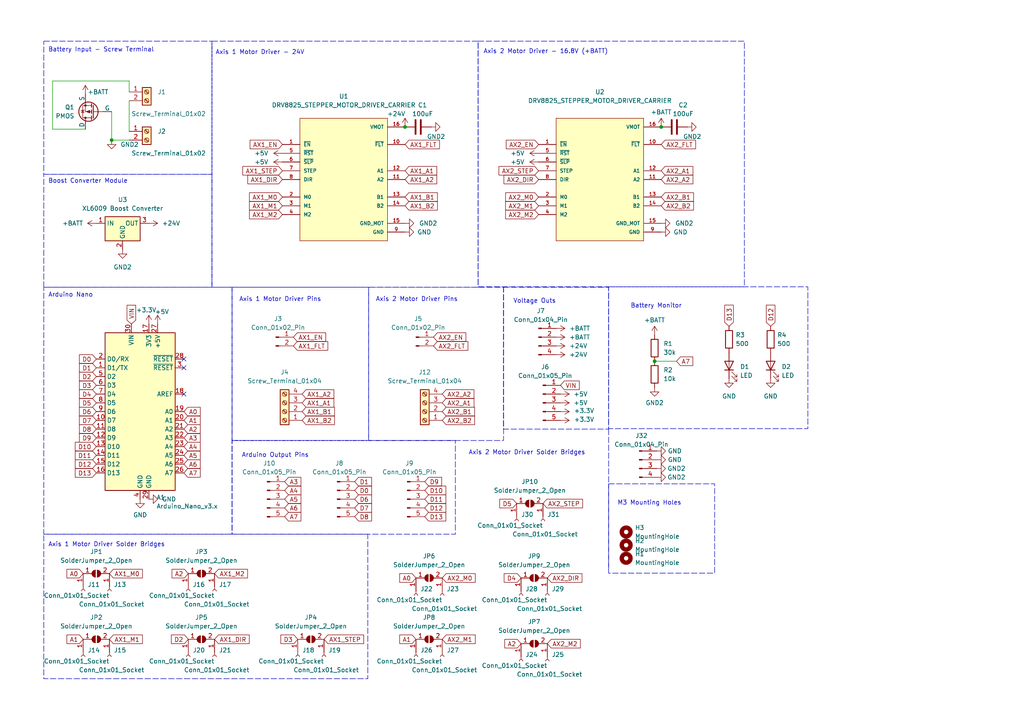
<source format=kicad_sch>
(kicad_sch (version 20230121) (generator eeschema)
  (paper "A4")
  (lib_symbols
    (symbol "Connector:Conn_01x01_Socket" (pin_names (offset 1.016) hide)
      (property "Reference" "J" (at 0 2.54 0))
      (property "Value" "Conn_01x01_Socket" (at 0 -2.54 0))
      (symbol "Conn_01x01_Socket_1_1"
        (pin passive line (at -5.08 0 0) (length 3.81) (name "Pin_1") (number "1"))
      )
    )
    (symbol "Connector:Conn_01x02_Pin" (pin_names (offset 1.016) hide)
      (property "Reference" "J" (at 0 2.54 0))
      (property "Value" "Conn_01x02_Pin" (at 0 -5.08 0))
      (symbol "Conn_01x02_Pin_1_1"
        (pin passive line (at 5.08 0 180) (length 3.81) (name "Pin_1") (number "1"))
        (pin passive line (at 5.08 -2.54 180) (length 3.81) (name "Pin_2") (number "2"))
      )
    )
    (symbol "Connector:Conn_01x04_Pin" (pin_names (offset 1.016) hide)
      (property "Reference" "J" (at 0 5.08 0))
      (property "Value" "Conn_01x04_Pin" (at 0 -7.62 0))
      (symbol "Conn_01x04_Pin_1_1"
        (pin passive line (at 5.08 2.54 180) (length 3.81) (name "Pin_1") (number "1"))
        (pin passive line (at 5.08 0 180) (length 3.81) (name "Pin_2") (number "2"))
        (pin passive line (at 5.08 -2.54 180) (length 3.81) (name "Pin_3") (number "3"))
        (pin passive line (at 5.08 -5.08 180) (length 3.81) (name "Pin_4") (number "4"))
      )
    )
    (symbol "Connector:Conn_01x05_Pin" (pin_names (offset 1.016) hide)
      (property "Reference" "J" (at 0 7.62 0))
      (property "Value" "Conn_01x05_Pin" (at 0 -7.62 0))
      (symbol "Conn_01x05_Pin_1_1"
        (pin passive line (at 5.08 5.08 180) (length 3.81) (name "Pin_1") (number "1"))
        (pin passive line (at 5.08 2.54 180) (length 3.81) (name "Pin_2") (number "2"))
        (pin passive line (at 5.08 0 180) (length 3.81) (name "Pin_3") (number "3"))
        (pin passive line (at 5.08 -2.54 180) (length 3.81) (name "Pin_4") (number "4"))
        (pin passive line (at 5.08 -5.08 180) (length 3.81) (name "Pin_5") (number "5"))
      )
    )
    (symbol "Connector:Screw_Terminal_01x02" (pin_names (offset 1.016) hide)
      (property "Reference" "J" (at 0 2.54 0))
      (property "Value" "Screw_Terminal_01x02" (at 0 -5.08 0))
      (symbol "Screw_Terminal_01x02_1_1"
        (pin passive line (at -5.08 0 0) (length 3.81) (name "Pin_1") (number "1"))
        (pin passive line (at -5.08 -2.54 0) (length 3.81) (name "Pin_2") (number "2"))
      )
    )
    (symbol "Connector:Screw_Terminal_01x04" (pin_names (offset 1.016) hide)
      (property "Reference" "J" (at 0 5.08 0))
      (property "Value" "Screw_Terminal_01x04" (at 0 -7.62 0))
      (symbol "Screw_Terminal_01x04_1_1"
        (pin passive line (at -5.08 2.54 0) (length 3.81) (name "Pin_1") (number "1"))
        (pin passive line (at -5.08 0 0) (length 3.81) (name "Pin_2") (number "2"))
        (pin passive line (at -5.08 -2.54 0) (length 3.81) (name "Pin_3") (number "3"))
        (pin passive line (at -5.08 -5.08 0) (length 3.81) (name "Pin_4") (number "4"))
      )
    )
    (symbol "Converter_DCDC:OKI-78SR-3.3_1.5-W36-C"
      (property "Reference" "U" (at -3.81 3.175 0))
      (property "Value" "OKI-78SR-3.3_1.5-W36-C" (at 0 3.175 0))
      (symbol "OKI-78SR-3.3_1.5-W36-C_1_1"
        (pin power_in line (at -7.62 0 0) (length 2.54) (name "IN") (number "1"))
        (pin power_in line (at 0 -7.62 90) (length 2.54) (name "GND") (number "2"))
        (pin power_out line (at 7.62 0 180) (length 2.54) (name "OUT") (number "3"))
      )
    )
    (symbol "DRV8825_STEPPER_MOTOR_DRIVER_CARRIER:DRV8825_STEPPER_MOTOR_DRIVER_CARRIER" (pin_names (offset 1.016))
      (property "Reference" "U" (at -12.7 18.542 0))
      (property "Value" "DRV8825_STEPPER_MOTOR_DRIVER_CARRIER" (at -12.7 -20.32 0))
      (symbol "DRV8825_STEPPER_MOTOR_DRIVER_CARRIER_0_0"
        (pin input line (at -17.78 10.16 0) (length 5.08) (name "~{EN}") (number "1"))
        (pin output line (at 17.78 10.16 180) (length 5.08) (name "~{FLT}") (number "10"))
        (pin output line (at 17.78 0 180) (length 5.08) (name "A2") (number "11"))
        (pin output line (at 17.78 2.54 180) (length 5.08) (name "A1") (number "12"))
        (pin output line (at 17.78 -5.08 180) (length 5.08) (name "B1") (number "13"))
        (pin output line (at 17.78 -7.62 180) (length 5.08) (name "B2") (number "14"))
        (pin power_in line (at 17.78 -12.7 180) (length 5.08) (name "GND_MOT") (number "15"))
        (pin power_in line (at 17.78 15.24 180) (length 5.08) (name "VMOT") (number "16"))
        (pin input line (at -17.78 -5.08 0) (length 5.08) (name "M0") (number "2"))
        (pin input line (at -17.78 -7.62 0) (length 5.08) (name "M1") (number "3"))
        (pin input line (at -17.78 -10.16 0) (length 5.08) (name "M2") (number "4"))
        (pin input line (at -17.78 7.62 0) (length 5.08) (name "~{RST}") (number "5"))
        (pin input line (at -17.78 5.08 0) (length 5.08) (name "~{SLP}") (number "6"))
        (pin input line (at -17.78 2.54 0) (length 5.08) (name "STEP") (number "7"))
        (pin input line (at -17.78 0 0) (length 5.08) (name "DIR") (number "8"))
        (pin power_in line (at 17.78 -15.24 180) (length 5.08) (name "GND") (number "9"))
      )
    )
    (symbol "Device:C" (pin_numbers hide) (pin_names (offset 0.254))
      (property "Reference" "C" (at 0.635 2.54 0))
      (property "Value" "C" (at 0.635 -2.54 0))
      (symbol "C_1_1"
        (pin passive line (at 0 3.81 270) (length 2.794) (name "~") (number "1"))
        (pin passive line (at 0 -3.81 90) (length 2.794) (name "~") (number "2"))
      )
    )
    (symbol "Device:LED" (pin_numbers hide) (pin_names (offset 1.016) hide)
      (property "Reference" "D" (at 0 2.54 0))
      (property "Value" "LED" (at 0 -2.54 0))
      (symbol "LED_1_1"
        (pin passive line (at -3.81 0 0) (length 2.54) (name "K") (number "1"))
        (pin passive line (at 3.81 0 180) (length 2.54) (name "A") (number "2"))
      )
    )
    (symbol "Device:R" (pin_numbers hide) (pin_names (offset 0))
      (property "Reference" "R" (at 2.032 0 90))
      (property "Value" "R" (at 0 0 90))
      (symbol "R_1_1"
        (pin passive line (at 0 3.81 270) (length 1.27) (name "~") (number "1"))
        (pin passive line (at 0 -3.81 90) (length 1.27) (name "~") (number "2"))
      )
    )
    (symbol "Jumper:SolderJumper_2_Open" (pin_names (offset 0) hide)
      (property "Reference" "JP" (at 0 2.032 0))
      (property "Value" "SolderJumper_2_Open" (at 0 -2.54 0))
      (symbol "SolderJumper_2_Open_1_1"
        (pin passive line (at -3.81 0 0) (length 2.54) (name "A") (number "1"))
        (pin passive line (at 3.81 0 180) (length 2.54) (name "B") (number "2"))
      )
    )
    (symbol "MCU_Module:Arduino_Nano_v3.x"
      (property "Reference" "A" (at -10.16 23.495 0))
      (property "Value" "Arduino_Nano_v3.x" (at 5.08 -24.13 0))
      (symbol "Arduino_Nano_v3.x_1_1"
        (pin bidirectional line (at -12.7 12.7 0) (length 2.54) (name "D1/TX") (number "1"))
        (pin bidirectional line (at -12.7 -2.54 0) (length 2.54) (name "D7") (number "10"))
        (pin bidirectional line (at -12.7 -5.08 0) (length 2.54) (name "D8") (number "11"))
        (pin bidirectional line (at -12.7 -7.62 0) (length 2.54) (name "D9") (number "12"))
        (pin bidirectional line (at -12.7 -10.16 0) (length 2.54) (name "D10") (number "13"))
        (pin bidirectional line (at -12.7 -12.7 0) (length 2.54) (name "D11") (number "14"))
        (pin bidirectional line (at -12.7 -15.24 0) (length 2.54) (name "D12") (number "15"))
        (pin bidirectional line (at -12.7 -17.78 0) (length 2.54) (name "D13") (number "16"))
        (pin power_out line (at 2.54 25.4 270) (length 2.54) (name "3V3") (number "17"))
        (pin input line (at 12.7 5.08 180) (length 2.54) (name "AREF") (number "18"))
        (pin bidirectional line (at 12.7 0 180) (length 2.54) (name "A0") (number "19"))
        (pin bidirectional line (at -12.7 15.24 0) (length 2.54) (name "D0/RX") (number "2"))
        (pin bidirectional line (at 12.7 -2.54 180) (length 2.54) (name "A1") (number "20"))
        (pin bidirectional line (at 12.7 -5.08 180) (length 2.54) (name "A2") (number "21"))
        (pin bidirectional line (at 12.7 -7.62 180) (length 2.54) (name "A3") (number "22"))
        (pin bidirectional line (at 12.7 -10.16 180) (length 2.54) (name "A4") (number "23"))
        (pin bidirectional line (at 12.7 -12.7 180) (length 2.54) (name "A5") (number "24"))
        (pin bidirectional line (at 12.7 -15.24 180) (length 2.54) (name "A6") (number "25"))
        (pin bidirectional line (at 12.7 -17.78 180) (length 2.54) (name "A7") (number "26"))
        (pin power_out line (at 5.08 25.4 270) (length 2.54) (name "+5V") (number "27"))
        (pin input line (at 12.7 15.24 180) (length 2.54) (name "~{RESET}") (number "28"))
        (pin power_in line (at 2.54 -25.4 90) (length 2.54) (name "GND") (number "29"))
        (pin input line (at 12.7 12.7 180) (length 2.54) (name "~{RESET}") (number "3"))
        (pin power_in line (at -2.54 25.4 270) (length 2.54) (name "VIN") (number "30"))
        (pin power_in line (at 0 -25.4 90) (length 2.54) (name "GND") (number "4"))
        (pin bidirectional line (at -12.7 10.16 0) (length 2.54) (name "D2") (number "5"))
        (pin bidirectional line (at -12.7 7.62 0) (length 2.54) (name "D3") (number "6"))
        (pin bidirectional line (at -12.7 5.08 0) (length 2.54) (name "D4") (number "7"))
        (pin bidirectional line (at -12.7 2.54 0) (length 2.54) (name "D5") (number "8"))
        (pin bidirectional line (at -12.7 0 0) (length 2.54) (name "D6") (number "9"))
      )
    )
    (symbol "Mechanical:MountingHole" (pin_names (offset 1.016))
      (property "Reference" "H" (at 0 5.08 0))
      (property "Value" "MountingHole" (at 0 3.175 0))
    )
    (symbol "Simulation_SPICE:PMOS" (pin_numbers hide) (pin_names (offset 0))
      (property "Reference" "Q" (at 5.08 1.27 0))
      (property "Value" "PMOS" (at 5.08 -1.27 0))
      (symbol "PMOS_1_1"
        (pin passive line (at 2.54 5.08 270) (length 2.54) (name "D") (number "1"))
        (pin input line (at -5.08 0 0) (length 2.54) (name "G") (number "2"))
        (pin passive line (at 2.54 -5.08 90) (length 2.54) (name "S") (number "3"))
      )
    )
    (symbol "power:+24V" (power) (pin_names (offset 0))
      (property "Value" "+24V" (at 0 3.556 0))
      (symbol "+24V_1_1"
        (pin power_in line (at 0 0 90) (length 0) hide (name "+24V") (number "1"))
      )
    )
    (symbol "power:+3.3V" (power) (pin_names (offset 0))
      (property "Value" "+3.3V" (at 0 3.556 0))
      (symbol "+3.3V_1_1"
        (pin power_in line (at 0 0 90) (length 0) hide (name "+3.3V") (number "1"))
      )
    )
    (symbol "power:+5V" (power) (pin_names (offset 0))
      (property "Value" "+5V" (at 0 3.556 0))
      (symbol "+5V_1_1"
        (pin power_in line (at 0 0 90) (length 0) hide (name "+5V") (number "1"))
      )
    )
    (symbol "power:+BATT" (power) (pin_names (offset 0))
      (property "Value" "+BATT" (at 0 3.556 0))
      (symbol "+BATT_1_1"
        (pin power_in line (at 0 0 90) (length 0) hide (name "+BATT") (number "1"))
      )
    )
    (symbol "power:GND" (power) (pin_names (offset 0))
      (property "Value" "GND" (at 0 -3.81 0))
      (symbol "GND_1_1"
        (pin power_in line (at 0 0 270) (length 0) hide (name "GND") (number "1"))
      )
    )
    (symbol "power:GND2" (power) (pin_names (offset 0))
      (property "Value" "GND2" (at 0 -3.81 0))
      (symbol "GND2_1_1"
        (pin power_in line (at 0 0 270) (length 0) hide (name "GND2") (number "1"))
      )
    )
  )
  (junction (at 189.865 104.775))
  (junction (at 117.475 36.83))
  (junction (at 191.77 36.83))
  (junction (at 32.385 40.64))
  (no_connect (at 53.34 106.68))
  (no_connect (at 53.34 114.3))
  (no_connect (at 53.34 104.14))
  (wire (pts (xy 32.385 32.385) (xy 32.385 40.64)))
  (wire (pts (xy 15.24 37.465) (xy 24.765 37.465)))
  (wire (pts (xy 37.465 29.21) (xy 37.465 38.1)))
  (wire (pts (xy 15.24 23.495) (xy 15.24 37.465)))
  (polyline (pts (xy 176.53 124.46) (xy 176.53 165.1)) (stroke (width 0) (type dash)))
  (wire (pts (xy 196.215 104.775) (xy 189.865 104.775)))
  (wire (pts (xy 37.465 23.495) (xy 37.465 26.67)))
  (wire (pts (xy 37.465 23.495) (xy 15.24 23.495)))
  (wire (pts (xy 32.385 40.64) (xy 37.465 40.64)))
  (rectangle (start 12.7 154.94) (end 106.68 196.85) (stroke (width 0) (type dash)))
  (rectangle (start 176.53 140.335) (end 207.264 166.243) (stroke (width 0) (type dash)))
  (rectangle (start 146.05 83.312) (end 176.53 124.46) (stroke (width 0) (type dash)))
  (rectangle (start 106.934 83.312) (end 146.05 127.762) (stroke (width 0) (type dash)))
  (rectangle (start 176.53 83.185) (end 234.315 124.333) (stroke (width 0) (type dash)))
  (rectangle (start 12.7 11.938) (end 61.468 50.546) (stroke (width 0) (type dash)))
  (rectangle (start 12.7 83.312) (end 67.31 154.94) (stroke (width 0) (type dash)))
  (rectangle (start 61.468 11.938) (end 138.684 83.312) (stroke (width 0) (type dash)))
  (rectangle (start 67.31 83.312) (end 106.934 127.762) (stroke (width 0) (type dash)))
  (rectangle (start 138.684 11.938) (end 215.9 83.185) (stroke (width 0) (type dash)))
  (rectangle (start 12.7 50.546) (end 61.468 83.312) (stroke (width 0) (type dash)))
  (rectangle (start 67.31 127.762) (end 132.08 154.94) (stroke (width 0) (type dash)))
  (text "Boost Converter Module\n" (at 13.97 53.34 0) (effects (font (size 1.27 1.27)) (justify left bottom)))
  (text "Axis 2 Motor Driver Pins\n" (at 108.966 87.63 0) (effects (font (size 1.27 1.27)) (justify left bottom)))
  (text "Axis 1 Motor Driver Pins\n" (at 69.342 87.63 0) (effects (font (size 1.27 1.27)) (justify left bottom)))
  (text "Axis 1 Motor Driver Solder Bridges\n" (at 13.97 158.75 0) (effects (font (size 1.27 1.27)) (justify left bottom)))
  (text "Arduino Nano" (at 13.97 86.36 0) (effects (font (size 1.27 1.27)) (justify left bottom)))
  (text "Battery Input - Screw Terminal\n" (at 13.97 15.24 0) (effects (font (size 1.27 1.27)) (justify left bottom)))
  (text "Axis 1 Motor Driver - 24V\n" (at 62.484 16.002 0) (effects (font (size 1.27 1.27)) (justify left bottom)))
  (text "Arduino Output Pins" (at 70.104 132.842 0) (effects (font (size 1.27 1.27)) (justify left bottom)))
  (text "Battery Monitor" (at 182.88 89.535 0) (effects (font (size 1.27 1.27)) (justify left bottom)))
  (text "M3 Mounting Holes" (at 179.07 146.685 0) (effects (font (size 1.27 1.27)) (justify left bottom)))
  (text "Axis 2 Motor Driver - 16.8V (+BATT)\n" (at 140.208 15.748 0) (effects (font (size 1.27 1.27)) (justify left bottom)))
  (text "Axis 2 Motor Driver Solder Bridges\n" (at 135.89 132.08 0) (effects (font (size 1.27 1.27)) (justify left bottom)))
  (text "Voltage Outs" (at 148.844 88.138 0) (effects (font (size 1.27 1.27)) (justify left bottom)))
  (global_label "D2" (shape input) (at 54.61 185.42 180) (property "Intersheetrefs" "${INTERSHEET_REFS}" (effects hide)))
  (global_label "AX1_STEP" (shape input) (at 93.98 185.42 0) (property "Intersheetrefs" "${INTERSHEET_REFS}" (effects hide)))
  (global_label "D13" (shape input) (at 211.455 94.615 90) (property "Intersheetrefs" "${INTERSHEET_REFS}" (effects hide)))
  (global_label "D10" (shape input) (at 123.19 142.24 0) (property "Intersheetrefs" "${INTERSHEET_REFS}" (effects hide)))
  (global_label "AX2_A1" (shape input) (at 128.27 116.84 0) (property "Intersheetrefs" "${INTERSHEET_REFS}" (effects hide)))
  (global_label "A7" (shape input) (at 82.55 149.86 0) (property "Intersheetrefs" "${INTERSHEET_REFS}" (effects hide)))
  (global_label "AX1_STEP" (shape input) (at 81.915 49.53 180) (property "Intersheetrefs" "${INTERSHEET_REFS}" (effects hide)))
  (global_label "D8" (shape input) (at 102.87 149.86 0) (property "Intersheetrefs" "${INTERSHEET_REFS}" (effects hide)))
  (global_label "AX1_A1" (shape input) (at 117.475 49.53 0) (property "Intersheetrefs" "${INTERSHEET_REFS}" (effects hide)))
  (global_label "AX2_B1" (shape input) (at 191.77 57.15 0) (property "Intersheetrefs" "${INTERSHEET_REFS}" (effects hide)))
  (global_label "A4" (shape input) (at 82.55 142.24 0) (property "Intersheetrefs" "${INTERSHEET_REFS}" (effects hide)))
  (global_label "AX1_EN" (shape input) (at 81.915 41.91 180) (property "Intersheetrefs" "${INTERSHEET_REFS}" (effects hide)))
  (global_label "AX1_M2" (shape input) (at 62.23 166.37 0) (property "Intersheetrefs" "${INTERSHEET_REFS}" (effects hide)))
  (global_label "D13" (shape input) (at 27.94 137.16 180) (property "Intersheetrefs" "${INTERSHEET_REFS}" (effects hide)))
  (global_label "AX1_A2" (shape input) (at 117.475 52.07 0) (property "Intersheetrefs" "${INTERSHEET_REFS}" (effects hide)))
  (global_label "A0" (shape input) (at 24.13 166.37 180) (property "Intersheetrefs" "${INTERSHEET_REFS}" (effects hide)))
  (global_label "A2" (shape input) (at 151.13 186.69 180) (property "Intersheetrefs" "${INTERSHEET_REFS}" (effects hide)))
  (global_label "D0" (shape input) (at 102.87 142.24 0) (property "Intersheetrefs" "${INTERSHEET_REFS}" (effects hide)))
  (global_label "D11" (shape input) (at 123.19 144.78 0) (property "Intersheetrefs" "${INTERSHEET_REFS}" (effects hide)))
  (global_label "A7" (shape input) (at 196.215 104.775 0) (property "Intersheetrefs" "${INTERSHEET_REFS}" (effects hide)))
  (global_label "A6" (shape input) (at 82.55 147.32 0) (property "Intersheetrefs" "${INTERSHEET_REFS}" (effects hide)))
  (global_label "AX1_DIR" (shape input) (at 81.915 52.07 180) (property "Intersheetrefs" "${INTERSHEET_REFS}" (effects hide)))
  (global_label "D8" (shape input) (at 27.94 124.46 180) (property "Intersheetrefs" "${INTERSHEET_REFS}" (effects hide)))
  (global_label "A3" (shape input) (at 82.55 139.7 0) (property "Intersheetrefs" "${INTERSHEET_REFS}" (effects hide)))
  (global_label "A0" (shape input) (at 120.65 167.64 180) (property "Intersheetrefs" "${INTERSHEET_REFS}" (effects hide)))
  (global_label "D1" (shape input) (at 102.87 139.7 0) (property "Intersheetrefs" "${INTERSHEET_REFS}" (effects hide)))
  (global_label "AX2_STEP" (shape input) (at 156.21 49.53 180) (property "Intersheetrefs" "${INTERSHEET_REFS}" (effects hide)))
  (global_label "AX1_M1" (shape input) (at 31.75 185.42 0) (property "Intersheetrefs" "${INTERSHEET_REFS}" (effects hide)))
  (global_label "AX1_M2" (shape input) (at 81.915 62.23 180) (property "Intersheetrefs" "${INTERSHEET_REFS}" (effects hide)))
  (global_label "D5" (shape input) (at 27.94 116.84 180) (property "Intersheetrefs" "${INTERSHEET_REFS}" (effects hide)))
  (global_label "AX2_STEP" (shape input) (at 157.48 146.05 0) (property "Intersheetrefs" "${INTERSHEET_REFS}" (effects hide)))
  (global_label "AX1_FLT" (shape input) (at 85.09 100.33 0) (property "Intersheetrefs" "${INTERSHEET_REFS}" (effects hide)))
  (global_label "AX1_M0" (shape input) (at 31.75 166.37 0) (property "Intersheetrefs" "${INTERSHEET_REFS}" (effects hide)))
  (global_label "AX2_M0" (shape input) (at 128.27 167.64 0) (property "Intersheetrefs" "${INTERSHEET_REFS}" (effects hide)))
  (global_label "AX2_A1" (shape input) (at 191.77 49.53 0) (property "Intersheetrefs" "${INTERSHEET_REFS}" (effects hide)))
  (global_label "A5" (shape input) (at 53.34 132.08 0) (property "Intersheetrefs" "${INTERSHEET_REFS}" (effects hide)))
  (global_label "AX1_B2" (shape input) (at 87.63 121.92 0) (property "Intersheetrefs" "${INTERSHEET_REFS}" (effects hide)))
  (global_label "AX2_M1" (shape input) (at 128.27 185.42 0) (property "Intersheetrefs" "${INTERSHEET_REFS}" (effects hide)))
  (global_label "D11" (shape input) (at 27.94 132.08 180) (property "Intersheetrefs" "${INTERSHEET_REFS}" (effects hide)))
  (global_label "AX1_EN" (shape input) (at 85.09 97.79 0) (property "Intersheetrefs" "${INTERSHEET_REFS}" (effects hide)))
  (global_label "AX2_FLT" (shape input) (at 125.73 100.33 0) (property "Intersheetrefs" "${INTERSHEET_REFS}" (effects hide)))
  (global_label "AX2_DIR" (shape input) (at 156.21 52.07 180) (property "Intersheetrefs" "${INTERSHEET_REFS}" (effects hide)))
  (global_label "D12" (shape input) (at 27.94 134.62 180) (property "Intersheetrefs" "${INTERSHEET_REFS}" (effects hide)))
  (global_label "D0" (shape input) (at 27.94 104.14 180) (property "Intersheetrefs" "${INTERSHEET_REFS}" (effects hide)))
  (global_label "AX2_FLT" (shape input) (at 191.77 41.91 0) (property "Intersheetrefs" "${INTERSHEET_REFS}" (effects hide)))
  (global_label "AX1_FLT" (shape input) (at 117.475 41.91 0) (property "Intersheetrefs" "${INTERSHEET_REFS}" (effects hide)))
  (global_label "A2" (shape input) (at 54.61 166.37 180) (property "Intersheetrefs" "${INTERSHEET_REFS}" (effects hide)))
  (global_label "D5" (shape input) (at 149.86 146.05 180) (property "Intersheetrefs" "${INTERSHEET_REFS}" (effects hide)))
  (global_label "AX2_M2" (shape input) (at 156.21 62.23 180) (property "Intersheetrefs" "${INTERSHEET_REFS}" (effects hide)))
  (global_label "AX2_DIR" (shape input) (at 158.75 167.64 0) (property "Intersheetrefs" "${INTERSHEET_REFS}" (effects hide)))
  (global_label "AX2_M1" (shape input) (at 156.21 59.69 180) (property "Intersheetrefs" "${INTERSHEET_REFS}" (effects hide)))
  (global_label "A7" (shape input) (at 53.34 137.16 0) (property "Intersheetrefs" "${INTERSHEET_REFS}" (effects hide)))
  (global_label "A3" (shape input) (at 53.34 127 0) (property "Intersheetrefs" "${INTERSHEET_REFS}" (effects hide)))
  (global_label "A4" (shape input) (at 53.34 129.54 0) (property "Intersheetrefs" "${INTERSHEET_REFS}" (effects hide)))
  (global_label "D6" (shape input) (at 27.94 119.38 180) (property "Intersheetrefs" "${INTERSHEET_REFS}" (effects hide)))
  (global_label "AX2_B2" (shape input) (at 128.27 121.92 0) (property "Intersheetrefs" "${INTERSHEET_REFS}" (effects hide)))
  (global_label "D12" (shape input) (at 223.52 94.615 90) (property "Intersheetrefs" "${INTERSHEET_REFS}" (effects hide)))
  (global_label "AX2_EN" (shape input) (at 125.73 97.79 0) (property "Intersheetrefs" "${INTERSHEET_REFS}" (effects hide)))
  (global_label "D2" (shape input) (at 27.94 109.22 180) (property "Intersheetrefs" "${INTERSHEET_REFS}" (effects hide)))
  (global_label "A0" (shape input) (at 53.34 119.38 0) (property "Intersheetrefs" "${INTERSHEET_REFS}" (effects hide)))
  (global_label "D9" (shape input) (at 123.19 139.7 0) (property "Intersheetrefs" "${INTERSHEET_REFS}" (effects hide)))
  (global_label "AX1_M0" (shape input) (at 81.915 57.15 180) (property "Intersheetrefs" "${INTERSHEET_REFS}" (effects hide)))
  (global_label "VIN" (shape input) (at 162.56 111.76 0) (property "Intersheetrefs" "${INTERSHEET_REFS}" (effects hide)))
  (global_label "A1" (shape input) (at 24.13 185.42 180) (property "Intersheetrefs" "${INTERSHEET_REFS}" (effects hide)))
  (global_label "AX2_B2" (shape input) (at 191.77 59.69 0) (property "Intersheetrefs" "${INTERSHEET_REFS}" (effects hide)))
  (global_label "A1" (shape input) (at 53.34 121.92 0) (property "Intersheetrefs" "${INTERSHEET_REFS}" (effects hide)))
  (global_label "D12" (shape input) (at 123.19 147.32 0) (property "Intersheetrefs" "${INTERSHEET_REFS}" (effects hide)))
  (global_label "AX2_A2" (shape input) (at 128.27 114.3 0) (property "Intersheetrefs" "${INTERSHEET_REFS}" (effects hide)))
  (global_label "AX1_B2" (shape input) (at 117.475 59.69 0) (property "Intersheetrefs" "${INTERSHEET_REFS}" (effects hide)))
  (global_label "D13" (shape input) (at 123.19 149.86 0) (property "Intersheetrefs" "${INTERSHEET_REFS}" (effects hide)))
  (global_label "AX1_B1" (shape input) (at 117.475 57.15 0) (property "Intersheetrefs" "${INTERSHEET_REFS}" (effects hide)))
  (global_label "AX2_A2" (shape input) (at 191.77 52.07 0) (property "Intersheetrefs" "${INTERSHEET_REFS}" (effects hide)))
  (global_label "A2" (shape input) (at 53.34 124.46 0) (property "Intersheetrefs" "${INTERSHEET_REFS}" (effects hide)))
  (global_label "AX2_M0" (shape input) (at 156.21 57.15 180) (property "Intersheetrefs" "${INTERSHEET_REFS}" (effects hide)))
  (global_label "D9" (shape input) (at 27.94 127 180) (property "Intersheetrefs" "${INTERSHEET_REFS}" (effects hide)))
  (global_label "D7" (shape input) (at 27.94 121.92 180) (property "Intersheetrefs" "${INTERSHEET_REFS}" (effects hide)))
  (global_label "VIN" (shape input) (at 38.1 93.98 90) (property "Intersheetrefs" "${INTERSHEET_REFS}" (effects hide)))
  (global_label "D7" (shape input) (at 102.87 147.32 0) (property "Intersheetrefs" "${INTERSHEET_REFS}" (effects hide)))
  (global_label "D1" (shape input) (at 27.94 106.68 180) (property "Intersheetrefs" "${INTERSHEET_REFS}" (effects hide)))
  (global_label "D10" (shape input) (at 27.94 129.54 180) (property "Intersheetrefs" "${INTERSHEET_REFS}" (effects hide)))
  (global_label "AX2_B1" (shape input) (at 128.27 119.38 0) (property "Intersheetrefs" "${INTERSHEET_REFS}" (effects hide)))
  (global_label "D3" (shape input) (at 86.36 185.42 180) (property "Intersheetrefs" "${INTERSHEET_REFS}" (effects hide)))
  (global_label "AX2_EN" (shape input) (at 156.21 41.91 180) (property "Intersheetrefs" "${INTERSHEET_REFS}" (effects hide)))
  (global_label "D3" (shape input) (at 27.94 111.76 180) (property "Intersheetrefs" "${INTERSHEET_REFS}" (effects hide)))
  (global_label "D4" (shape input) (at 151.13 167.64 180) (property "Intersheetrefs" "${INTERSHEET_REFS}" (effects hide)))
  (global_label "AX1_M1" (shape input) (at 81.915 59.69 180) (property "Intersheetrefs" "${INTERSHEET_REFS}" (effects hide)))
  (global_label "A6" (shape input) (at 53.34 134.62 0) (property "Intersheetrefs" "${INTERSHEET_REFS}" (effects hide)))
  (global_label "AX1_DIR" (shape input) (at 62.23 185.42 0) (property "Intersheetrefs" "${INTERSHEET_REFS}" (effects hide)))
  (global_label "A5" (shape input) (at 82.55 144.78 0) (property "Intersheetrefs" "${INTERSHEET_REFS}" (effects hide)))
  (global_label "D6" (shape input) (at 102.87 144.78 0) (property "Intersheetrefs" "${INTERSHEET_REFS}" (effects hide)))
  (global_label "A1" (shape input) (at 120.65 185.42 180) (property "Intersheetrefs" "${INTERSHEET_REFS}" (effects hide)))
  (global_label "AX2_M2" (shape input) (at 158.75 186.69 0) (property "Intersheetrefs" "${INTERSHEET_REFS}" (effects hide)))
  (global_label "D4" (shape input) (at 27.94 114.3 180) (property "Intersheetrefs" "${INTERSHEET_REFS}" (effects hide)))
  (global_label "AX1_B1" (shape input) (at 87.63 119.38 0) (property "Intersheetrefs" "${INTERSHEET_REFS}" (effects hide)))
  (global_label "AX1_A2" (shape input) (at 87.63 114.3 0) (property "Intersheetrefs" "${INTERSHEET_REFS}" (effects hide)))
  (global_label "AX1_A1" (shape input) (at 87.63 116.84 0) (property "Intersheetrefs" "${INTERSHEET_REFS}" (effects hide)))
  (symbol (lib_id "power:+BATT") (at 189.865 97.155 0) (unit 1)
    (property "Reference" "#PWR030" (effects hide))
    (property "Value" "+BATT" (at 189.865 92.837 0))
  )
  (symbol (lib_id "Device:R") (at 211.455 98.425 0) (unit 1)
    (property "Reference" "R3" (at 213.36 97.155 0) (effects (justify left)))
    (property "Value" "500" (at 213.36 99.695 0) (effects (justify left)))
    (property "Footprint" "Resistor_THT:R_Axial_DIN0207_L6.3mm_D2.5mm_P10.16mm_Horizontal" (effects hide))
  )
  (symbol (lib_id "power:+5V") (at 156.21 46.99 90) (unit 1)
    (property "Reference" "#PWR021" (effects hide))
    (property "Value" "+5V" (at 152.146 46.99 90) (effects (justify left)))
  )
  (symbol (lib_id "power:GND2") (at 190.5 135.89 90) (unit 1)
    (property "Reference" "#PWR036" (effects hide))
    (property "Value" "GND2" (at 196.215 135.89 90))
  )
  (symbol (lib_id "power:+BATT") (at 191.77 36.83 0) (unit 1)
    (property "Reference" "#PWR017" (effects hide))
    (property "Value" "+BATT" (at 191.77 32.512 0))
  )
  (symbol (lib_id "Jumper:SolderJumper_2_Open") (at 154.94 167.64 0) (unit 1)
    (property "Reference" "JP9" (at 154.94 161.29 0))
    (property "Value" "SolderJumper_2_Open" (at 154.94 163.83 0))
    (property "Footprint" "Jumper:SolderJumper-2_P1.3mm_Open_Pad1.0x1.5mm" (effects hide))
  )
  (symbol (lib_id "Device:R") (at 223.52 98.425 0) (unit 1)
    (property "Reference" "R4" (at 225.425 97.155 0) (effects (justify left)))
    (property "Value" "500" (at 225.425 99.695 0) (effects (justify left)))
    (property "Footprint" "Resistor_THT:R_Axial_DIN0207_L6.3mm_D2.5mm_P10.16mm_Horizontal" (effects hide))
  )
  (symbol (lib_id "Mechanical:MountingHole") (at 181.61 154.305 0) (unit 1)
    (property "Reference" "H3" (at 184.15 153.035 0) (effects (justify left)))
    (property "Value" "MountingHole" (at 184.15 155.575 0) (effects (justify left)))
    (property "Footprint" "MountingHole:MountingHole_3.2mm_M3_DIN965" (effects hide))
  )
  (symbol (lib_id "power:+24V") (at 161.29 102.87 270) (unit 1)
    (property "Reference" "#PWR023" (effects hide))
    (property "Value" "+24V" (at 165.1 102.87 90) (effects (justify left)))
  )
  (symbol (lib_id "Connector:Conn_01x01_Socket") (at 24.13 171.45 270) (unit 1)
    (property "Reference" "J11" (at 25.4 169.545 90) (effects (justify left)))
    (property "Value" "Conn_01x01_Socket" (at 12.7 172.72 90) (effects (justify left)))
    (property "Footprint" "Connector_PinHeader_2.54mm:PinHeader_1x01_P2.54mm_Vertical" (effects hide))
  )
  (symbol (lib_id "power:+BATT") (at 161.29 97.79 270) (unit 1)
    (property "Reference" "#PWR026" (effects hide))
    (property "Value" "+BATT" (at 165.1 97.79 90) (effects (justify left)))
  )
  (symbol (lib_id "Jumper:SolderJumper_2_Open") (at 124.46 167.64 0) (unit 1)
    (property "Reference" "JP6" (at 124.46 161.29 0))
    (property "Value" "SolderJumper_2_Open" (at 124.46 163.83 0))
    (property "Footprint" "Jumper:SolderJumper-2_P1.3mm_Open_Pad1.0x1.5mm" (effects hide))
  )
  (symbol (lib_id "Mechanical:MountingHole") (at 181.61 158.115 0) (unit 1)
    (property "Reference" "H2" (at 184.15 156.845 0) (effects (justify left)))
    (property "Value" "MountingHole" (at 184.15 159.385 0) (effects (justify left)))
    (property "Footprint" "MountingHole:MountingHole_3.2mm_M3_DIN965" (effects hide))
  )
  (symbol (lib_id "Connector:Conn_01x05_Pin") (at 157.48 116.84 0) (unit 1)
    (property "Reference" "J6" (at 158.115 106.426 0))
    (property "Value" "Conn_01x05_Pin" (at 158.115 108.966 0))
    (property "Footprint" "Connector_PinHeader_2.54mm:PinHeader_1x05_P2.54mm_Vertical" (effects hide))
  )
  (symbol (lib_id "Device:C") (at 195.58 36.83 90) (unit 1)
    (property "Reference" "C2" (at 198.12 30.48 90))
    (property "Value" "100uF" (at 198.12 33.02 90))
    (property "Footprint" "Capacitor_THT:C_Radial_D5.0mm_H5.0mm_P2.00mm" (effects hide))
  )
  (symbol (lib_id "Jumper:SolderJumper_2_Open") (at 153.67 146.05 0) (unit 1)
    (property "Reference" "JP10" (at 153.67 139.7 0))
    (property "Value" "SolderJumper_2_Open" (at 153.67 142.24 0))
    (property "Footprint" "Jumper:SolderJumper-2_P1.3mm_Open_Pad1.0x1.5mm" (effects hide))
  )
  (symbol (lib_id "power:GND2") (at 32.385 40.64 0) (unit 1)
    (property "Reference" "#PWR02" (effects hide))
    (property "Value" "GND2" (at 34.925 41.91 0) (effects (justify left)))
  )
  (symbol (lib_id "Connector:Conn_01x01_Socket") (at 149.86 151.13 270) (unit 1)
    (property "Reference" "J30" (at 151.13 149.225 90) (effects (justify left)))
    (property "Value" "Conn_01x01_Socket" (at 138.43 152.4 90) (effects (justify left)))
    (property "Footprint" "Connector_PinHeader_2.54mm:PinHeader_1x01_P2.54mm_Vertical" (effects hide))
  )
  (symbol (lib_id "MCU_Module:Arduino_Nano_v3.x") (at 40.64 119.38 0) (unit 1)
    (property "Reference" "A1" (at 45.3741 144.272 0) (effects (justify left)))
    (property "Value" "Arduino_Nano_v3.x" (at 45.3741 146.812 0) (effects (justify left)))
    (property "Footprint" "Module:Arduino_Nano" (effects hide))
    (property "Datasheet" "http://www.mouser.com/pdfdocs/Gravitech_Arduino_Nano3_0.pdf" (effects hide))
  )
  (symbol (lib_id "power:+3.3V") (at 162.56 121.92 270) (unit 1)
    (property "Reference" "#PWR029" (effects hide))
    (property "Value" "+3.3V" (at 169.418 121.666 90))
  )
  (symbol (lib_id "Jumper:SolderJumper_2_Open") (at 90.17 185.42 0) (unit 1)
    (property "Reference" "JP4" (at 90.17 179.07 0))
    (property "Value" "SolderJumper_2_Open" (at 90.17 181.61 0))
    (property "Footprint" "Jumper:SolderJumper-2_P1.3mm_Open_Pad1.0x1.5mm" (effects hide))
  )
  (symbol (lib_id "Connector:Conn_01x05_Pin") (at 77.47 144.78 0) (unit 1)
    (property "Reference" "J10" (at 78.105 134.366 0))
    (property "Value" "Conn_01x05_Pin" (at 78.105 136.906 0))
    (property "Footprint" "Connector_PinHeader_2.54mm:PinHeader_1x05_P2.54mm_Vertical" (effects hide))
  )
  (symbol (lib_id "power:GND2") (at 35.56 72.39 0) (unit 1)
    (property "Reference" "#PWR03" (effects hide))
    (property "Value" "GND2" (at 35.56 77.47 0))
  )
  (symbol (lib_id "Connector:Conn_01x01_Socket") (at 157.48 151.13 270) (unit 1)
    (property "Reference" "J31" (at 158.75 149.225 90) (effects (justify left)))
    (property "Value" "Conn_01x01_Socket" (at 148.59 154.94 90) (effects (justify left)))
    (property "Footprint" "Connector_PinHeader_2.54mm:PinHeader_1x01_P2.54mm_Vertical" (effects hide))
  )
  (symbol (lib_id "power:+3.3V") (at 43.18 93.98 0) (unit 1)
    (property "Reference" "#PWR011" (effects hide))
    (property "Value" "+3.3V" (at 42.418 89.916 0))
  )
  (symbol (lib_id "Connector:Conn_01x01_Socket") (at 31.75 190.5 270) (unit 1)
    (property "Reference" "J15" (at 33.02 188.595 90) (effects (justify left)))
    (property "Value" "Conn_01x01_Socket" (at 22.86 194.31 90) (effects (justify left)))
    (property "Footprint" "Connector_PinHeader_2.54mm:PinHeader_1x01_P2.54mm_Vertical" (effects hide))
  )
  (symbol (lib_id "Connector:Conn_01x05_Pin") (at 97.79 144.78 0) (unit 1)
    (property "Reference" "J8" (at 98.425 134.366 0))
    (property "Value" "Conn_01x05_Pin" (at 98.425 136.906 0))
    (property "Footprint" "Connector_PinHeader_2.54mm:PinHeader_1x05_P2.54mm_Vertical" (effects hide))
  )
  (symbol (lib_id "Jumper:SolderJumper_2_Open") (at 27.94 166.37 0) (unit 1)
    (property "Reference" "JP1" (at 27.94 160.02 0))
    (property "Value" "SolderJumper_2_Open" (at 27.94 162.56 0))
    (property "Footprint" "Jumper:SolderJumper-2_P1.3mm_Open_Pad1.0x1.5mm" (effects hide))
  )
  (symbol (lib_id "Device:R") (at 189.865 108.585 0) (unit 1)
    (property "Reference" "R2" (at 192.405 107.315 0) (effects (justify left)))
    (property "Value" "10k" (at 192.405 109.855 0) (effects (justify left)))
    (property "Footprint" "Resistor_THT:R_Axial_DIN0207_L6.3mm_D2.5mm_P10.16mm_Horizontal" (effects hide))
  )
  (symbol (lib_id "Connector:Conn_01x01_Socket") (at 54.61 171.45 270) (unit 1)
    (property "Reference" "J16" (at 55.88 169.545 90) (effects (justify left)))
    (property "Value" "Conn_01x01_Socket" (at 43.18 172.72 90) (effects (justify left)))
    (property "Footprint" "Connector_PinHeader_2.54mm:PinHeader_1x01_P2.54mm_Vertical" (effects hide))
  )
  (symbol (lib_id "DRV8825_STEPPER_MOTOR_DRIVER_CARRIER:DRV8825_STEPPER_MOTOR_DRIVER_CARRIER") (at 173.99 52.07 0) (unit 1)
    (property "Reference" "U2" (at 173.99 26.67 0))
    (property "Value" "DRV8825_STEPPER_MOTOR_DRIVER_CARRIER" (at 173.99 29.21 0))
    (property "Footprint" "Footprints:IC_DRV8825_STEPPER_MOTOR_DRIVER_CARRIER" (effects hide))
    (property "MF" "Pololu" (effects hide))
    (property "DESCRIPTION" "Stepper motor controler; IC: DRV8825; 1.5A; Uin mot: 8.2÷45V" (effects hide))
    (property "PACKAGE" "None" (effects hide))
    (property "PRICE" "None" (effects hide))
    (property "Package" "None" (effects hide))
    (property "Check_prices" "https://www.snapeda.com/parts/DRV8825%20STEPPER%20MOTOR%20DRIVER%20CARRIER/Pololu/view-part/?ref=eda" (effects hide))
    (property "SnapEDA_Link" "https://www.snapeda.com/parts/DRV8825%20STEPPER%20MOTOR%20DRIVER%20CARRIER/Pololu/view-part/?ref=snap" (effects hide))
    (property "MP" "DRV8825 STEPPER MOTOR DRIVER CARRIER" (effects hide))
    (property "AVAILABILITY" "Unavailable" (effects hide))
    (property "Description" "\nStepper, Bipolar 8.2 ~ 45VDC Supply 1.5A 8.2 ~ 45V Load\n" (effects hide))
  )
  (symbol (lib_id "Connector:Screw_Terminal_01x02") (at 42.545 26.67 0) (unit 1)
    (property "Reference" "J1" (at 45.72 26.67 0) (effects (justify left)))
    (property "Value" "Screw_Terminal_01x02" (at 38.1 33.02 0) (effects (justify left)))
    (property "Footprint" "TerminalBlock:TerminalBlock_bornier-2_P5.08mm" (effects hide))
  )
  (symbol (lib_id "Device:LED") (at 223.52 106.045 90) (unit 1)
    (property "Reference" "D2" (at 226.695 106.3625 90) (effects (justify right)))
    (property "Value" "LED" (at 226.695 108.9025 90) (effects (justify right)))
    (property "Footprint" "LED_THT:LED_Rectangular_W3.0mm_H2.0mm" (effects hide))
  )
  (symbol (lib_id "Connector:Conn_01x01_Socket") (at 151.13 191.77 270) (unit 1)
    (property "Reference" "J24" (at 152.4 189.865 90) (effects (justify left)))
    (property "Value" "Conn_01x01_Socket" (at 139.7 193.04 90) (effects (justify left)))
    (property "Footprint" "Connector_PinHeader_2.54mm:PinHeader_1x01_P2.54mm_Vertical" (effects hide))
  )
  (symbol (lib_id "Connector:Conn_01x01_Socket") (at 24.13 190.5 270) (unit 1)
    (property "Reference" "J14" (at 25.4 188.595 90) (effects (justify left)))
    (property "Value" "Conn_01x01_Socket" (at 12.7 191.77 90) (effects (justify left)))
    (property "Footprint" "Connector_PinHeader_2.54mm:PinHeader_1x01_P2.54mm_Vertical" (effects hide))
  )
  (symbol (lib_id "Connector:Conn_01x01_Socket") (at 158.75 191.77 270) (unit 1)
    (property "Reference" "J25" (at 160.02 189.865 90) (effects (justify left)))
    (property "Value" "Conn_01x01_Socket" (at 149.86 195.58 90) (effects (justify left)))
    (property "Footprint" "Connector_PinHeader_2.54mm:PinHeader_1x01_P2.54mm_Vertical" (effects hide))
  )
  (symbol (lib_id "power:GND2") (at 190.5 138.43 90) (unit 1)
    (property "Reference" "#PWR037" (effects hide))
    (property "Value" "GND2" (at 196.215 138.43 90))
  )
  (symbol (lib_id "power:GND") (at 117.475 67.31 90) (unit 1)
    (property "Reference" "#PWR014" (effects hide))
    (property "Value" "GND" (at 121.031 67.31 90) (effects (justify right)))
  )
  (symbol (lib_id "Jumper:SolderJumper_2_Open") (at 58.42 166.37 0) (unit 1)
    (property "Reference" "JP3" (at 58.42 160.02 0))
    (property "Value" "SolderJumper_2_Open" (at 58.42 162.56 0))
    (property "Footprint" "Jumper:SolderJumper-2_P1.3mm_Open_Pad1.0x1.5mm" (effects hide))
  )
  (symbol (lib_id "Connector:Conn_01x01_Socket") (at 120.65 190.5 270) (unit 1)
    (property "Reference" "J26" (at 121.92 188.595 90) (effects (justify left)))
    (property "Value" "Conn_01x01_Socket" (at 109.22 191.77 90) (effects (justify left)))
    (property "Footprint" "Connector_PinHeader_2.54mm:PinHeader_1x01_P2.54mm_Vertical" (effects hide))
  )
  (symbol (lib_id "Device:R") (at 189.865 100.965 0) (unit 1)
    (property "Reference" "R1" (at 192.405 99.695 0) (effects (justify left)))
    (property "Value" "30k" (at 192.405 102.235 0) (effects (justify left)))
    (property "Footprint" "Resistor_THT:R_Axial_DIN0207_L6.3mm_D2.5mm_P10.16mm_Horizontal" (effects hide))
  )
  (symbol (lib_id "power:GND") (at 223.52 109.855 0) (unit 1)
    (property "Reference" "#PWR033" (effects hide))
    (property "Value" "GND" (at 223.52 114.935 0))
  )
  (symbol (lib_id "power:+24V") (at 43.18 64.77 270) (unit 1)
    (property "Reference" "#PWR05" (effects hide))
    (property "Value" "+24V" (at 46.99 64.77 90) (effects (justify left)))
  )
  (symbol (lib_id "power:GND") (at 211.455 109.855 0) (unit 1)
    (property "Reference" "#PWR032" (effects hide))
    (property "Value" "GND" (at 211.455 114.935 0))
  )
  (symbol (lib_id "power:+24V") (at 161.29 100.33 270) (unit 1)
    (property "Reference" "#PWR027" (effects hide))
    (property "Value" "+24V" (at 165.1 100.33 90) (effects (justify left)))
  )
  (symbol (lib_id "Simulation_SPICE:PMOS") (at 27.305 32.385 180) (unit 1)
    (property "Reference" "Q1" (at 21.59 31.115 0) (effects (justify left)))
    (property "Value" "PMOS" (at 21.59 33.655 0) (effects (justify left)))
    (property "Footprint" "Package_TO_SOT_THT:TO-251-3-1EP_Horizontal_TabDown" (effects hide))
    (property "Datasheet" "https://ngspice.sourceforge.io/docs/ngspice-manual.pdf" (effects hide))
    (property "Sim.Device" "PMOS" (effects hide))
    (property "Sim.Type" "VDMOS" (effects hide))
    (property "Sim.Pins" "1=D 2=G 3=S" (effects hide))
  )
  (symbol (lib_id "power:+BATT") (at 24.765 27.305 0) (unit 1)
    (property "Reference" "#PWR01" (effects hide))
    (property "Value" "+BATT" (at 25.4 26.67 0) (effects (justify left)))
  )
  (symbol (lib_id "Mechanical:MountingHole") (at 181.61 161.925 0) (unit 1)
    (property "Reference" "H1" (at 184.15 160.655 0) (effects (justify left)))
    (property "Value" "MountingHole" (at 184.15 163.195 0) (effects (justify left)))
    (property "Footprint" "MountingHole:MountingHole_3.2mm_M3_DIN965" (effects hide))
  )
  (symbol (lib_id "power:+BATT") (at 27.94 64.77 90) (unit 1)
    (property "Reference" "#PWR04" (effects hide))
    (property "Value" "+BATT" (at 24.13 64.77 90) (effects (justify left)))
  )
  (symbol (lib_id "Connector:Conn_01x01_Socket") (at 54.61 190.5 270) (unit 1)
    (property "Reference" "J20" (at 55.88 188.595 90) (effects (justify left)))
    (property "Value" "Conn_01x01_Socket" (at 43.18 191.77 90) (effects (justify left)))
    (property "Footprint" "Connector_PinHeader_2.54mm:PinHeader_1x01_P2.54mm_Vertical" (effects hide))
  )
  (symbol (lib_id "Connector:Screw_Terminal_01x02") (at 42.545 38.1 0) (unit 1)
    (property "Reference" "J2" (at 45.72 38.1 0) (effects (justify left)))
    (property "Value" "Screw_Terminal_01x02" (at 38.1 44.45 0) (effects (justify left)))
    (property "Footprint" "TerminalBlock:TerminalBlock_bornier-2_P5.08mm" (effects hide))
  )
  (symbol (lib_id "Connector:Conn_01x05_Pin") (at 118.11 144.78 0) (unit 1)
    (property "Reference" "J9" (at 118.745 134.366 0))
    (property "Value" "Conn_01x05_Pin" (at 118.745 136.906 0))
    (property "Footprint" "Connector_PinHeader_2.54mm:PinHeader_1x05_P2.54mm_Vertical" (effects hide))
  )
  (symbol (lib_id "Connector:Conn_01x01_Socket") (at 93.98 190.5 270) (unit 1)
    (property "Reference" "J19" (at 95.25 188.595 90) (effects (justify left)))
    (property "Value" "Conn_01x01_Socket" (at 85.09 194.31 90) (effects (justify left)))
    (property "Footprint" "Connector_PinHeader_2.54mm:PinHeader_1x01_P2.54mm_Vertical" (effects hide))
  )
  (symbol (lib_id "power:GND") (at 190.5 133.35 90) (unit 1)
    (property "Reference" "#PWR035" (effects hide))
    (property "Value" "GND" (at 193.675 133.35 90) (effects (justify right)))
  )
  (symbol (lib_id "Connector:Conn_01x01_Socket") (at 31.75 171.45 270) (unit 1)
    (property "Reference" "J13" (at 33.02 169.545 90) (effects (justify left)))
    (property "Value" "Conn_01x01_Socket" (at 22.86 175.26 90) (effects (justify left)))
    (property "Footprint" "Connector_PinHeader_2.54mm:PinHeader_1x01_P2.54mm_Vertical" (effects hide))
  )
  (symbol (lib_id "Connector:Conn_01x01_Socket") (at 120.65 172.72 270) (unit 1)
    (property "Reference" "J22" (at 121.92 170.815 90) (effects (justify left)))
    (property "Value" "Conn_01x01_Socket" (at 109.22 173.99 90) (effects (justify left)))
    (property "Footprint" "Connector_PinHeader_2.54mm:PinHeader_1x01_P2.54mm_Vertical" (effects hide))
  )
  (symbol (lib_id "Connector:Conn_01x01_Socket") (at 128.27 190.5 270) (unit 1)
    (property "Reference" "J27" (at 129.54 188.595 90) (effects (justify left)))
    (property "Value" "Conn_01x01_Socket" (at 119.38 194.31 90) (effects (justify left)))
    (property "Footprint" "Connector_PinHeader_2.54mm:PinHeader_1x01_P2.54mm_Vertical" (effects hide))
  )
  (symbol (lib_id "Jumper:SolderJumper_2_Open") (at 27.94 185.42 0) (unit 1)
    (property "Reference" "JP2" (at 27.94 179.07 0))
    (property "Value" "SolderJumper_2_Open" (at 27.94 181.61 0))
    (property "Footprint" "Jumper:SolderJumper-2_P1.3mm_Open_Pad1.0x1.5mm" (effects hide))
  )
  (symbol (lib_id "Jumper:SolderJumper_2_Open") (at 58.42 185.42 0) (unit 1)
    (property "Reference" "JP5" (at 58.42 179.07 0))
    (property "Value" "SolderJumper_2_Open" (at 58.42 181.61 0))
    (property "Footprint" "Jumper:SolderJumper-2_P1.3mm_Open_Pad1.0x1.5mm" (effects hide))
  )
  (symbol (lib_id "Connector:Conn_01x04_Pin") (at 185.42 133.35 0) (unit 1)
    (property "Reference" "J32" (at 186.055 126.365 0))
    (property "Value" "Conn_01x04_Pin" (at 186.055 128.905 0))
    (property "Footprint" "Connector_PinHeader_2.54mm:PinHeader_1x04_P2.54mm_Vertical" (effects hide))
  )
  (symbol (lib_id "Jumper:SolderJumper_2_Open") (at 124.46 185.42 0) (unit 1)
    (property "Reference" "JP8" (at 124.46 179.07 0))
    (property "Value" "SolderJumper_2_Open" (at 124.46 181.61 0))
    (property "Footprint" "Jumper:SolderJumper-2_P1.3mm_Open_Pad1.0x1.5mm" (effects hide))
  )
  (symbol (lib_id "DRV8825_STEPPER_MOTOR_DRIVER_CARRIER:DRV8825_STEPPER_MOTOR_DRIVER_CARRIER") (at 99.695 52.07 0) (unit 1)
    (property "Reference" "U1" (at 99.695 27.94 0))
    (property "Value" "DRV8825_STEPPER_MOTOR_DRIVER_CARRIER" (at 99.695 30.48 0))
    (property "Footprint" "Footprints:IC_DRV8825_STEPPER_MOTOR_DRIVER_CARRIER" (effects hide))
    (property "MF" "Pololu" (effects hide))
    (property "DESCRIPTION" "Stepper motor controler; IC: DRV8825; 1.5A; Uin mot: 8.2÷45V" (effects hide))
    (property "PACKAGE" "None" (effects hide))
    (property "PRICE" "None" (effects hide))
    (property "Package" "None" (effects hide))
    (property "Check_prices" "https://www.snapeda.com/parts/DRV8825%20STEPPER%20MOTOR%20DRIVER%20CARRIER/Pololu/view-part/?ref=eda" (effects hide))
    (property "SnapEDA_Link" "https://www.snapeda.com/parts/DRV8825%20STEPPER%20MOTOR%20DRIVER%20CARRIER/Pololu/view-part/?ref=snap" (effects hide))
    (property "MP" "DRV8825 STEPPER MOTOR DRIVER CARRIER" (effects hide))
    (property "AVAILABILITY" "Unavailable" (effects hide))
    (property "Description" "\nStepper, Bipolar 8.2 ~ 45VDC Supply 1.5A 8.2 ~ 45V Load\n" (effects hide))
  )
  (symbol (lib_id "Connector:Conn_01x04_Pin") (at 156.21 97.79 0) (unit 1)
    (property "Reference" "J7" (at 156.845 90.17 0))
    (property "Value" "Conn_01x04_Pin" (at 156.845 92.71 0))
    (property "Footprint" "Connector_PinHeader_2.54mm:PinHeader_1x04_P2.54mm_Vertical" (effects hide))
  )
  (symbol (lib_id "Connector:Conn_01x01_Socket") (at 62.23 171.45 270) (unit 1)
    (property "Reference" "J17" (at 63.5 169.545 90) (effects (justify left)))
    (property "Value" "Conn_01x01_Socket" (at 53.34 175.26 90) (effects (justify left)))
    (property "Footprint" "Connector_PinHeader_2.54mm:PinHeader_1x01_P2.54mm_Vertical" (effects hide))
  )
  (symbol (lib_id "power:+BATT") (at 161.29 95.25 270) (unit 1)
    (property "Reference" "#PWR022" (effects hide))
    (property "Value" "+BATT" (at 165.1 95.25 90) (effects (justify left)))
  )
  (symbol (lib_id "Device:LED") (at 211.455 106.045 90) (unit 1)
    (property "Reference" "D1" (at 214.63 106.3625 90) (effects (justify right)))
    (property "Value" "LED" (at 214.63 108.9025 90) (effects (justify right)))
    (property "Footprint" "LED_THT:LED_Rectangular_W3.0mm_H2.0mm" (effects hide))
  )
  (symbol (lib_id "power:+5V") (at 162.56 116.84 270) (unit 1)
    (property "Reference" "#PWR025" (effects hide))
    (property "Value" "+5V" (at 168.402 116.84 90))
  )
  (symbol (lib_id "Connector:Conn_01x01_Socket") (at 86.36 190.5 270) (unit 1)
    (property "Reference" "J18" (at 87.63 188.595 90) (effects (justify left)))
    (property "Value" "Conn_01x01_Socket" (at 74.93 191.77 90) (effects (justify left)))
    (property "Footprint" "Connector_PinHeader_2.54mm:PinHeader_1x01_P2.54mm_Vertical" (effects hide))
  )
  (symbol (lib_id "Connector:Conn_01x01_Socket") (at 62.23 190.5 270) (unit 1)
    (property "Reference" "J21" (at 63.5 188.595 90) (effects (justify left)))
    (property "Value" "Conn_01x01_Socket" (at 53.34 194.31 90) (effects (justify left)))
    (property "Footprint" "Connector_PinHeader_2.54mm:PinHeader_1x01_P2.54mm_Vertical" (effects hide))
  )
  (symbol (lib_id "power:GND2") (at 189.865 112.395 0) (unit 1)
    (property "Reference" "#PWR031" (effects hide))
    (property "Value" "GND2" (at 189.865 116.84 0))
  )
  (symbol (lib_id "power:GND2") (at 199.39 36.83 90) (unit 1)
    (property "Reference" "#PWR016" (effects hide))
    (property "Value" "GND2" (at 198.12 39.624 90) (effects (justify right)))
  )
  (symbol (lib_id "Converter_DCDC:OKI-78SR-3.3_1.5-W36-C") (at 35.56 64.77 0) (unit 1)
    (property "Reference" "U3" (at 35.56 57.912 0))
    (property "Value" "XL6009 Boost Converter" (at 35.56 60.452 0))
    (property "Footprint" "Footprints:XL6009 Boost Converter" (effects hide))
  )
  (symbol (lib_id "Connector:Screw_Terminal_01x04") (at 123.19 119.38 180) (unit 1)
    (property "Reference" "J12" (at 123.19 107.95 0))
    (property "Value" "Screw_Terminal_01x04" (at 123.19 110.49 0))
    (property "Footprint" "TerminalBlock:TerminalBlock_bornier-4_P5.08mm" (effects hide))
  )
  (symbol (lib_id "Connector:Conn_01x02_Pin") (at 120.65 97.79 0) (unit 1)
    (property "Reference" "J5" (at 121.285 92.456 0))
    (property "Value" "Conn_01x02_Pin" (at 121.285 94.996 0))
    (property "Footprint" "Connector_PinHeader_2.54mm:PinHeader_1x02_P2.54mm_Vertical" (effects hide))
  )
  (symbol (lib_id "power:+5V") (at 81.915 46.99 90) (unit 1)
    (property "Reference" "#PWR013" (effects hide))
    (property "Value" "+5V" (at 77.851 46.99 90) (effects (justify left)))
  )
  (symbol (lib_id "Jumper:SolderJumper_2_Open") (at 154.94 186.69 0) (unit 1)
    (property "Reference" "JP7" (at 154.94 180.34 0))
    (property "Value" "SolderJumper_2_Open" (at 154.94 182.88 0))
    (property "Footprint" "Jumper:SolderJumper-2_P1.3mm_Open_Pad1.0x1.5mm" (effects hide))
  )
  (symbol (lib_id "Connector:Conn_01x01_Socket") (at 151.13 172.72 270) (unit 1)
    (property "Reference" "J28" (at 152.4 170.815 90) (effects (justify left)))
    (property "Value" "Conn_01x01_Socket" (at 139.7 173.99 90) (effects (justify left)))
    (property "Footprint" "Connector_PinHeader_2.54mm:PinHeader_1x01_P2.54mm_Vertical" (effects hide))
  )
  (symbol (lib_id "power:+5V") (at 156.21 44.45 90) (unit 1)
    (property "Reference" "#PWR020" (effects hide))
    (property "Value" "+5V" (at 152.146 44.45 90) (effects (justify left)))
  )
  (symbol (lib_id "power:+5V") (at 162.56 114.3 270) (unit 1)
    (property "Reference" "#PWR024" (effects hide))
    (property "Value" "+5V" (at 168.402 114.3 90))
  )
  (symbol (lib_id "Connector:Conn_01x01_Socket") (at 128.27 172.72 270) (unit 1)
    (property "Reference" "J23" (at 129.54 170.815 90) (effects (justify left)))
    (property "Value" "Conn_01x01_Socket" (at 119.38 176.53 90) (effects (justify left)))
    (property "Footprint" "Connector_PinHeader_2.54mm:PinHeader_1x01_P2.54mm_Vertical" (effects hide))
  )
  (symbol (lib_id "power:+5V") (at 45.72 93.98 0) (unit 1)
    (property "Reference" "#PWR010" (effects hide))
    (property "Value" "+5V" (at 46.99 90.424 0))
  )
  (symbol (lib_id "power:GND") (at 190.5 130.81 90) (unit 1)
    (property "Reference" "#PWR034" (effects hide))
    (property "Value" "GND" (at 193.675 130.81 90) (effects (justify right)))
  )
  (symbol (lib_id "Connector:Conn_01x02_Pin") (at 80.01 97.79 0) (unit 1)
    (property "Reference" "J3" (at 80.645 92.456 0))
    (property "Value" "Conn_01x02_Pin" (at 80.645 94.996 0))
    (property "Footprint" "Connector_PinHeader_2.54mm:PinHeader_1x02_P2.54mm_Vertical" (effects hide))
  )
  (symbol (lib_id "power:GND") (at 43.18 144.78 90) (unit 1)
    (property "Reference" "#PWR07" (effects hide))
    (property "Value" "GND" (at 46.99 144.78 90) (effects (justify right)))
  )
  (symbol (lib_id "power:+5V") (at 81.915 44.45 90) (unit 1)
    (property "Reference" "#PWR012" (effects hide))
    (property "Value" "+5V" (at 77.851 44.45 90) (effects (justify left)))
  )
  (symbol (lib_id "power:GND2") (at 125.095 36.83 90) (unit 1)
    (property "Reference" "#PWR08" (effects hide))
    (property "Value" "GND2" (at 123.825 39.624 90) (effects (justify right)))
  )
  (symbol (lib_id "power:GND") (at 40.64 144.78 0) (unit 1)
    (property "Reference" "#PWR06" (effects hide))
    (property "Value" "GND" (at 40.64 149.352 0))
  )
  (symbol (lib_id "power:+3.3V") (at 162.56 119.38 270) (unit 1)
    (property "Reference" "#PWR028" (effects hide))
    (property "Value" "+3.3V" (at 169.418 119.126 90))
  )
  (symbol (lib_id "power:GND") (at 191.77 67.31 90) (unit 1)
    (property "Reference" "#PWR019" (effects hide))
    (property "Value" "GND" (at 195.326 67.31 90) (effects (justify right)))
  )
  (symbol (lib_id "Connector:Screw_Terminal_01x04") (at 82.55 119.38 180) (unit 1)
    (property "Reference" "J4" (at 82.55 107.95 0))
    (property "Value" "Screw_Terminal_01x04" (at 82.55 110.49 0))
    (property "Footprint" "TerminalBlock:TerminalBlock_bornier-4_P5.08mm" (effects hide))
  )
  (symbol (lib_id "Connector:Conn_01x01_Socket") (at 158.75 172.72 270) (unit 1)
    (property "Reference" "J29" (at 160.02 170.815 90) (effects (justify left)))
    (property "Value" "Conn_01x01_Socket" (at 149.86 176.53 90) (effects (justify left)))
    (property "Footprint" "Connector_PinHeader_2.54mm:PinHeader_1x01_P2.54mm_Vertical" (effects hide))
  )
  (symbol (lib_id "power:+24V") (at 117.475 36.83 0) (unit 1)
    (property "Reference" "#PWR015" (effects hide))
    (property "Value" "+24V" (at 114.935 33.02 0))
  )
  (symbol (lib_id "power:GND2") (at 191.77 64.77 90) (unit 1)
    (property "Reference" "#PWR018" (effects hide))
    (property "Value" "GND2" (at 195.834 64.77 90) (effects (justify right)))
  )
  (symbol (lib_id "Device:C") (at 121.285 36.83 90) (unit 1)
    (property "Reference" "C1" (at 122.555 30.48 90))
    (property "Value" "100uF" (at 122.555 33.02 90))
    (property "Footprint" "Capacitor_THT:C_Radial_D5.0mm_H5.0mm_P2.00mm" (effects hide))
  )
  (symbol (lib_id "power:GND2") (at 117.475 64.77 90) (unit 1)
    (property "Reference" "#PWR09" (effects hide))
    (property "Value" "GND2" (at 121.539 64.77 90) (effects (justify right)))
  )
)
</source>
